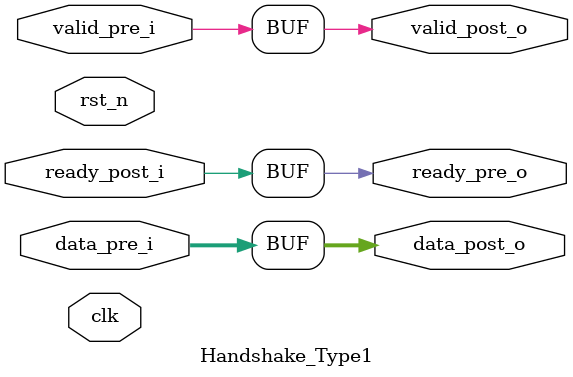
<source format=v>
module Handshake_Type1(
    input           clk,
    input           rst_n,

    input           valid_pre_i,    //from pre-stage
    input   [7:0]   data_pre_i,     //from pre-stage
    output          ready_pre_o,    //to pre-stage

    output          valid_post_o,   //to post-stage
    output  [7:0]   data_post_o,    //to post-stage
    input           ready_post_i    //from post-stage
);

    reg             valid_post_o_r;
    reg             ready_pre_o_r;
    reg     [7:0]   data_r;
    reg     [7:0]   dout;

    assign ready_pre_o  = ready_post_i;
    assign valid_post_o = valid_pre_i;
    assign data_post_o  = data_pre_i;
    // assign ready_pre_o  = ready_post_i;
    // assign valid_post_o = (valid_pre_i && ready_pre_o);
    // assign data_post_o  = (valid_post_o && ready_post_i) ? data_pre_i : 'b0;
endmodule
</source>
